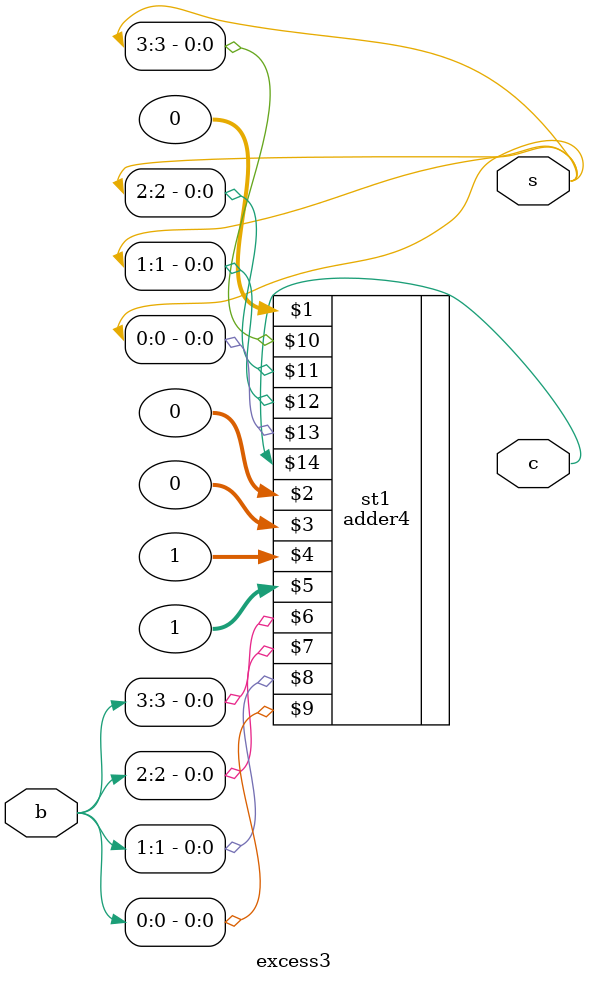
<source format=v>
module excess3(b,s,c);
input [3:0]b;
output [3:0]s;
output c;
adder4 st1(0,0,0,1,1,b[3],b[2],b[1],b[0],s[3],s[2],s[1],s[0],c);
endmodule

</source>
